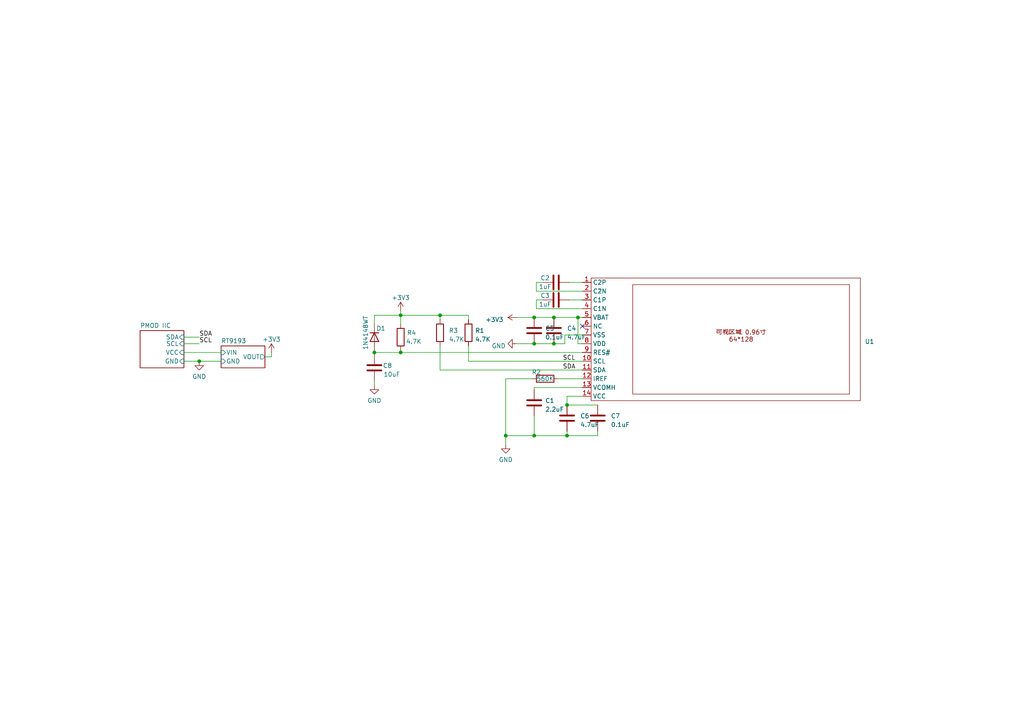
<source format=kicad_sch>
(kicad_sch (version 20230121) (generator eeschema)
  (paper "A4")
  (lib_symbols
    (symbol "Device:C" (pin_numbers hide) (pin_names (offset 0.254))
      (property "Reference" "C" (at 0.635 2.54 0))
      (property "Value" "C" (at 0.635 -2.54 0))
      (symbol "C_0_1"
        (polyline (pts (xy -2.032 -0.762) (xy 2.032 -0.762)) (stroke (width 0.508)))
        (polyline (pts (xy -2.032 0.762) (xy 2.032 0.762)) (stroke (width 0.508)))
      )
      (symbol "C_1_1"
        (pin passive line (at 0 3.81 270) (length 2.794) (name "~") (number "1"))
        (pin passive line (at 0 -3.81 90) (length 2.794) (name "~") (number "2"))
      )
    )
    (symbol "Device:R" (pin_numbers hide) (pin_names (offset 0))
      (property "Reference" "R" (at 2.032 0 90))
      (property "Value" "R" (at 0 0 90))
      (symbol "R_0_1"
        (rectangle (start -1.016 -2.54) (end 1.016 2.54) (stroke (width 0.254)))
      )
      (symbol "R_1_1"
        (pin passive line (at 0 3.81 270) (length 1.27) (name "~") (number "1"))
        (pin passive line (at 0 -3.81 90) (length 1.27) (name "~") (number "2"))
      )
    )
    (symbol "Diode:1N4148WT" (pin_numbers hide) (pin_names hide)
      (property "Reference" "D" (at 0 2.54 0))
      (property "Value" "1N4148WT" (at 0 -2.54 0))
      (symbol "1N4148WT_0_1"
        (polyline (pts (xy -1.27 1.27) (xy -1.27 -1.27)) (stroke (width 0.254)))
        (polyline (pts (xy 1.27 0) (xy -1.27 0)))
        (polyline (pts (xy 1.27 1.27) (xy 1.27 -1.27) (xy -1.27 0) (xy 1.27 1.27)) (stroke (width 0.254)))
      )
      (symbol "1N4148WT_1_1"
        (pin passive line (at -3.81 0 0) (length 2.54) (name "K") (number "1"))
        (pin passive line (at 3.81 0 180) (length 2.54) (name "A") (number "2"))
      )
    )
    (symbol "PCM_4ms_Power-symbol:GND" (power) (pin_names (offset 0))
      (property "Value" "GND" (at 0 -3.81 0))
      (symbol "GND_0_1"
        (polyline (pts (xy 0 0) (xy 0 -1.27) (xy 1.27 -1.27) (xy 0 -2.54) (xy -1.27 -1.27) (xy 0 -1.27)))
      )
      (symbol "GND_1_1"
        (pin power_in line (at 0 0 270) (length 0) hide (name "GND") (number "1"))
      )
    )
    (symbol "my_symbol:iic_oled_12864_ssd1312"
      (property "Reference" "U" (at -20.955 1.27 0))
      (symbol "iic_oled_12864_ssd1312_0_0"
        (text_box "可视区域 0.96寸\n64*128" (at -8.89 4.445 0) (size 31.115 -6.35) (stroke (width -0.0001)) (effects (font (size 1.27 1.27)) (justify top)))
      )
      (symbol "iic_oled_12864_ssd1312_0_1"
        (rectangle (start -36.83 18.415) (end 41.275 -17.145))
        (rectangle (start -24.765 16.51) (end 38.1 -15.24))
      )
      (symbol "iic_oled_12864_ssd1312_1_1"
        (pin input line (at -39.37 17.145 0) (length 2.54) (name "C2P") (number "1"))
        (pin input line (at -39.37 -5.715 0) (length 2.54) (name "SCL") (number "10"))
        (pin input line (at -39.37 -8.255 0) (length 2.54) (name "SDA") (number "11"))
        (pin input line (at -39.37 -10.795 0) (length 2.54) (name "IREF") (number "12"))
        (pin input line (at -39.37 -13.335 0) (length 2.54) (name "VCOMH") (number "13"))
        (pin input line (at -39.37 -15.875 0) (length 2.54) (name "VCC") (number "14"))
        (pin input line (at -39.37 14.605 0) (length 2.54) (name "C2N") (number "2"))
        (pin input line (at -39.37 12.065 0) (length 2.54) (name "C1P") (number "3"))
        (pin input line (at -39.37 9.525 0) (length 2.54) (name "C1N") (number "4"))
        (pin input line (at -39.37 6.985 0) (length 2.54) (name "VBAT") (number "5"))
        (pin input line (at -39.37 4.445 0) (length 2.54) (name "NC") (number "6"))
        (pin input line (at -39.37 1.905 0) (length 2.54) (name "VSS") (number "7"))
        (pin input line (at -39.37 -0.635 0) (length 2.54) (name "VDD") (number "8"))
        (pin input line (at -39.37 -3.175 0) (length 2.54) (name "RES#") (number "9"))
      )
    )
    (symbol "power:+3V3" (power) (pin_names (offset 0))
      (property "Value" "+3V3" (at 0 3.556 0))
      (symbol "+3V3_0_1"
        (polyline (pts (xy -0.762 1.27) (xy 0 2.54)))
        (polyline (pts (xy 0 0) (xy 0 2.54)))
        (polyline (pts (xy 0 2.54) (xy 0.762 1.27)))
      )
      (symbol "+3V3_1_1"
        (pin power_in line (at 0 0 90) (length 0) hide (name "+3V3") (number "1"))
      )
    )
  )
  (junction (at 160.655 92.075))
  (junction (at 167.64 92.075))
  (junction (at 164.465 126.365))
  (junction (at 160.655 99.695))
  (junction (at 154.94 126.365))
  (junction (at 57.785 104.775))
  (junction (at 116.205 91.44))
  (junction (at 164.465 117.475))
  (junction (at 127.635 91.44))
  (junction (at 146.685 126.365))
  (junction (at 154.94 99.695))
  (junction (at 108.585 102.235))
  (junction (at 154.94 92.075))
  (junction (at 116.205 102.235))
  (no_connect (at 168.91 94.615))
  (wire (pts (xy 135.89 104.775) (xy 168.91 104.775)))
  (wire (pts (xy 155.575 89.535) (xy 168.91 89.535)))
  (wire (pts (xy 53.34 104.775) (xy 57.785 104.775)))
  (wire (pts (xy 149.86 99.695) (xy 154.94 99.695)))
  (wire (pts (xy 149.86 92.075) (xy 154.94 92.075)))
  (wire (pts (xy 160.655 92.075) (xy 167.64 92.075)))
  (wire (pts (xy 164.465 126.365) (xy 154.94 126.365)))
  (wire (pts (xy 160.655 99.695) (xy 154.94 99.695)))
  (wire (pts (xy 168.91 102.235) (xy 116.205 102.235)))
  (wire (pts (xy 154.94 120.65) (xy 154.94 126.365)))
  (wire (pts (xy 53.34 102.235) (xy 64.135 102.235)))
  (wire (pts (xy 127.635 107.315) (xy 127.635 100.33)))
  (wire (pts (xy 135.89 104.775) (xy 135.89 100.33)))
  (wire (pts (xy 78.74 102.235) (xy 78.74 103.505)))
  (wire (pts (xy 163.83 97.155) (xy 163.83 99.695)))
  (wire (pts (xy 53.34 97.79) (xy 57.785 97.79)))
  (wire (pts (xy 135.89 92.71) (xy 135.89 91.44)))
  (wire (pts (xy 165.1 86.995) (xy 168.91 86.995)))
  (wire (pts (xy 108.585 110.49) (xy 108.585 111.76)))
  (wire (pts (xy 154.305 109.855) (xy 146.685 109.855)))
  (wire (pts (xy 53.34 99.695) (xy 57.785 99.695)))
  (wire (pts (xy 154.94 92.075) (xy 160.655 92.075)))
  (wire (pts (xy 78.74 103.505) (xy 76.835 103.505)))
  (wire (pts (xy 163.83 99.695) (xy 160.655 99.695)))
  (wire (pts (xy 116.205 91.44) (xy 116.205 93.98)))
  (wire (pts (xy 164.465 114.935) (xy 164.465 117.475)))
  (wire (pts (xy 116.205 90.17) (xy 116.205 91.44)))
  (wire (pts (xy 164.465 125.095) (xy 164.465 126.365)))
  (wire (pts (xy 168.91 97.155) (xy 163.83 97.155)))
  (wire (pts (xy 108.585 102.235) (xy 108.585 102.87)))
  (wire (pts (xy 146.685 109.855) (xy 146.685 126.365)))
  (wire (pts (xy 173.355 125.095) (xy 173.355 126.365)))
  (wire (pts (xy 155.575 86.995) (xy 155.575 89.535)))
  (wire (pts (xy 154.94 112.395) (xy 154.94 113.03)))
  (wire (pts (xy 161.925 109.855) (xy 168.91 109.855)))
  (wire (pts (xy 108.585 101.6) (xy 108.585 102.235)))
  (wire (pts (xy 116.205 102.235) (xy 108.585 102.235)))
  (wire (pts (xy 155.575 81.915) (xy 155.575 84.455)))
  (wire (pts (xy 173.355 126.365) (xy 164.465 126.365)))
  (wire (pts (xy 167.64 99.695) (xy 167.64 92.075)))
  (wire (pts (xy 168.91 114.935) (xy 164.465 114.935)))
  (wire (pts (xy 127.635 107.315) (xy 168.91 107.315)))
  (wire (pts (xy 157.48 81.915) (xy 155.575 81.915)))
  (wire (pts (xy 167.64 92.075) (xy 168.91 92.075)))
  (wire (pts (xy 127.635 91.44) (xy 127.635 92.71)))
  (wire (pts (xy 165.1 81.915) (xy 168.91 81.915)))
  (wire (pts (xy 108.585 93.98) (xy 108.585 91.44)))
  (wire (pts (xy 108.585 91.44) (xy 116.205 91.44)))
  (wire (pts (xy 116.205 101.6) (xy 116.205 102.235)))
  (wire (pts (xy 168.91 112.395) (xy 154.94 112.395)))
  (wire (pts (xy 164.465 117.475) (xy 173.355 117.475)))
  (wire (pts (xy 155.575 84.455) (xy 168.91 84.455)))
  (wire (pts (xy 57.785 104.775) (xy 64.135 104.775)))
  (wire (pts (xy 146.685 126.365) (xy 146.685 128.905)))
  (wire (pts (xy 127.635 91.44) (xy 116.205 91.44)))
  (wire (pts (xy 157.48 86.995) (xy 155.575 86.995)))
  (wire (pts (xy 135.89 91.44) (xy 127.635 91.44)))
  (wire (pts (xy 154.94 126.365) (xy 146.685 126.365)))
  (wire (pts (xy 168.91 99.695) (xy 167.64 99.695)))
  (label "SCL" (at 57.785 99.695 0))
  (label "SDA" (at 57.785 97.79 0))
  (label "SDA" (at 163.195 107.315 0))
  (label "SCL" (at 163.195 104.775 0))
  (symbol (lib_id "Device:C") (at 173.355 121.285 0) (unit 1)
    (property "Reference" "C7" (at 177.165 120.65 0) (effects (justify left)))
    (property "Value" "0.1uF" (at 177.165 123.19 0) (effects (justify left)))
    (property "Footprint" "Capacitor_SMD:C_0603_1608Metric" (effects hide))
  )
  (symbol (lib_id "Device:R") (at 135.89 96.52 0) (unit 1)
    (property "Reference" "R1" (at 137.795 95.885 0) (effects (justify left)))
    (property "Value" "4.7K" (at 137.795 98.425 0) (effects (justify left)))
    (property "Footprint" "Resistor_SMD:R_0603_1608Metric" (effects hide))
  )
  (symbol (lib_id "Device:R") (at 116.205 97.79 0) (unit 1)
    (property "Reference" "R4" (at 119.38 96.52 0))
    (property "Value" "4.7K" (at 120.015 99.06 0))
    (property "Footprint" "Resistor_SMD:R_0603_1608Metric" (effects hide))
  )
  (symbol (lib_id "Device:C") (at 161.29 81.915 90) (unit 1)
    (property "Reference" "C2" (at 158.115 80.645 90))
    (property "Value" "1uF" (at 158.115 83.185 90))
    (property "Footprint" "Capacitor_SMD:C_0603_1608Metric" (effects hide))
  )
  (symbol (lib_id "PCM_4ms_Power-symbol:GND") (at 149.86 99.695 270) (unit 1)
    (property "Reference" "#PWR010" (effects hide))
    (property "Value" "GND" (at 146.685 100.33 90) (effects (justify right)))
  )
  (symbol (lib_id "my_symbol:iic_oled_12864_ssd1312") (at 208.28 99.06 0) (unit 1)
    (property "Reference" "U1" (at 250.825 99.06 0) (effects (justify left)))
    (property "Value" "~" (at 173.99 83.82 0))
    (property "Footprint" "my_footprint:iic_oled_12864_ssd1312" (effects hide))
  )
  (symbol (lib_id "Device:C") (at 108.585 106.68 0) (unit 1)
    (property "Reference" "C8" (at 112.395 106.045 0))
    (property "Value" "10uF" (at 113.665 108.585 0))
    (property "Footprint" "Capacitor_SMD:C_0603_1608Metric" (effects hide))
  )
  (symbol (lib_id "power:+3V3") (at 116.205 90.17 0) (unit 1)
    (property "Reference" "#PWR014" (effects hide))
    (property "Value" "+3V3" (at 116.205 86.36 0))
  )
  (symbol (lib_id "Device:C") (at 164.465 121.285 0) (unit 1)
    (property "Reference" "C6" (at 168.275 120.65 0) (effects (justify left)))
    (property "Value" "4.7uF" (at 168.275 123.19 0) (effects (justify left)))
    (property "Footprint" "Capacitor_SMD:C_0603_1608Metric" (effects hide))
  )
  (symbol (lib_id "Device:C") (at 154.94 95.885 0) (unit 1)
    (property "Reference" "C5" (at 158.115 95.25 0) (effects (justify left)))
    (property "Value" "0.1uF" (at 158.115 97.79 0) (effects (justify left)))
    (property "Footprint" "Capacitor_SMD:C_0603_1608Metric" (effects hide))
  )
  (symbol (lib_id "PCM_4ms_Power-symbol:GND") (at 108.585 111.76 0) (unit 1)
    (property "Reference" "#PWR06" (effects hide))
    (property "Value" "GND" (at 108.585 116.205 0))
  )
  (symbol (lib_id "power:+3V3") (at 78.74 102.235 0) (unit 1)
    (property "Reference" "#PWR05" (effects hide))
    (property "Value" "+3V3" (at 78.74 98.425 0))
  )
  (symbol (lib_id "Diode:1N4148WT") (at 108.585 97.79 270) (unit 1)
    (property "Reference" "D1" (at 110.49 95.25 90))
    (property "Value" "1N4148WT" (at 106.045 96.52 0))
    (property "Footprint" "Diode_SMD:D_SOD-523" (effects hide))
    (property "Datasheet" "https://www.diodes.com/assets/Datasheets/ds30396.pdf" (effects hide))
    (property "Sim.Device" "D" (effects hide))
    (property "Sim.Pins" "1=K 2=A" (effects hide))
  )
  (symbol (lib_id "Device:C") (at 161.29 86.995 90) (unit 1)
    (property "Reference" "C3" (at 158.115 85.725 90))
    (property "Value" "1uF" (at 158.115 88.265 90))
    (property "Footprint" "Capacitor_SMD:C_0603_1608Metric" (effects hide))
  )
  (symbol (lib_id "Device:R") (at 127.635 96.52 0) (unit 1)
    (property "Reference" "R3" (at 130.175 95.885 0) (effects (justify left)))
    (property "Value" "4.7K" (at 130.175 98.425 0) (effects (justify left)))
    (property "Footprint" "Resistor_SMD:R_0603_1608Metric" (effects hide))
  )
  (symbol (lib_id "Device:C") (at 154.94 116.84 0) (unit 1)
    (property "Reference" "C1" (at 158.115 116.205 0) (effects (justify left)))
    (property "Value" "2.2uF" (at 158.115 118.745 0) (effects (justify left)))
    (property "Footprint" "Capacitor_SMD:C_0603_1608Metric" (effects hide))
  )
  (symbol (lib_id "Device:R") (at 158.115 109.855 90) (unit 1)
    (property "Reference" "R2" (at 155.575 107.95 90))
    (property "Value" "560K" (at 158.115 109.855 90))
    (property "Footprint" "Resistor_SMD:R_0603_1608Metric" (effects hide))
  )
  (symbol (lib_id "PCM_4ms_Power-symbol:GND") (at 146.685 128.905 0) (unit 1)
    (property "Reference" "#PWR08" (effects hide))
    (property "Value" "GND" (at 146.685 133.35 0))
  )
  (symbol (lib_id "PCM_4ms_Power-symbol:GND") (at 57.785 104.775 0) (unit 1)
    (property "Reference" "#PWR01" (effects hide))
    (property "Value" "GND" (at 57.785 109.22 0))
  )
  (symbol (lib_id "power:+3V3") (at 149.86 92.075 90) (unit 1)
    (property "Reference" "#PWR015" (effects hide))
    (property "Value" "+3V3" (at 146.05 92.71 90) (effects (justify left)))
  )
  (symbol (lib_id "Device:C") (at 160.655 95.885 0) (unit 1)
    (property "Reference" "C4" (at 164.465 95.25 0) (effects (justify left)))
    (property "Value" "4.7uF" (at 164.465 97.79 0) (effects (justify left)))
    (property "Footprint" "Capacitor_SMD:C_0603_1608Metric" (effects hide))
  )
  (sheet (at 40.64 95.885) (size 12.7 10.795) (stroke (width 0.1524))
    (property "Sheetname" "PMOD IIC" (at 40.64 95.1734 0) (effects (justify left bottom)))
    (property "Sheetfile" "C:/Users/tbz/OneDrive/doc/kicad_schematic/pmod_iic.kicad_sch" (effects hide))
    (pin "SDA" input (at 53.34 97.79 0))
    (pin "SCL" input (at 53.34 99.695 0))
    (pin "VCC" input (at 53.34 102.235 0))
    (pin "GND" input (at 53.34 104.775 0))
  )
  (sheet (at 64.135 100.33) (size 12.7 6.35) (stroke (width 0.1524))
    (property "Sheetname" "RT9193" (at 64.135 99.6184 0) (effects (justify left bottom)))
    (property "Sheetfile" "C:/Users/tbz/OneDrive/doc/kicad_schematic/rt9193-33GB.kicad_sch" (effects hide))
    (pin "GND" input (at 64.135 104.775 180))
    (pin "VIN" input (at 64.135 102.235 180))
    (pin "VOUT" output (at 76.835 103.505 0))
  )
)
</source>
